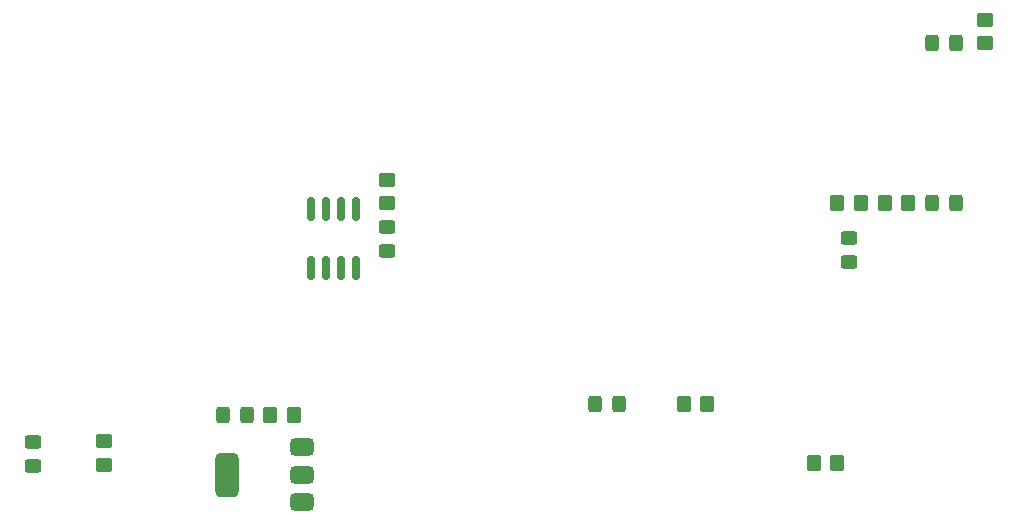
<source format=gbr>
%TF.GenerationSoftware,KiCad,Pcbnew,9.0.2*%
%TF.CreationDate,2025-06-26T14:56:16+08:00*%
%TF.ProjectId,deehli_board,64656568-6c69-45f6-926f-6172642e6b69,rev?*%
%TF.SameCoordinates,Original*%
%TF.FileFunction,Paste,Top*%
%TF.FilePolarity,Positive*%
%FSLAX46Y46*%
G04 Gerber Fmt 4.6, Leading zero omitted, Abs format (unit mm)*
G04 Created by KiCad (PCBNEW 9.0.2) date 2025-06-26 14:56:16*
%MOMM*%
%LPD*%
G01*
G04 APERTURE LIST*
G04 Aperture macros list*
%AMRoundRect*
0 Rectangle with rounded corners*
0 $1 Rounding radius*
0 $2 $3 $4 $5 $6 $7 $8 $9 X,Y pos of 4 corners*
0 Add a 4 corners polygon primitive as box body*
4,1,4,$2,$3,$4,$5,$6,$7,$8,$9,$2,$3,0*
0 Add four circle primitives for the rounded corners*
1,1,$1+$1,$2,$3*
1,1,$1+$1,$4,$5*
1,1,$1+$1,$6,$7*
1,1,$1+$1,$8,$9*
0 Add four rect primitives between the rounded corners*
20,1,$1+$1,$2,$3,$4,$5,0*
20,1,$1+$1,$4,$5,$6,$7,0*
20,1,$1+$1,$6,$7,$8,$9,0*
20,1,$1+$1,$8,$9,$2,$3,0*%
G04 Aperture macros list end*
%ADD10RoundRect,0.250000X0.325000X0.450000X-0.325000X0.450000X-0.325000X-0.450000X0.325000X-0.450000X0*%
%ADD11RoundRect,0.250000X-0.350000X-0.450000X0.350000X-0.450000X0.350000X0.450000X-0.350000X0.450000X0*%
%ADD12RoundRect,0.250000X-0.450000X0.350000X-0.450000X-0.350000X0.450000X-0.350000X0.450000X0.350000X0*%
%ADD13RoundRect,0.375000X0.625000X0.375000X-0.625000X0.375000X-0.625000X-0.375000X0.625000X-0.375000X0*%
%ADD14RoundRect,0.500000X0.500000X1.400000X-0.500000X1.400000X-0.500000X-1.400000X0.500000X-1.400000X0*%
%ADD15RoundRect,0.250000X0.450000X-0.325000X0.450000X0.325000X-0.450000X0.325000X-0.450000X-0.325000X0*%
%ADD16RoundRect,0.150000X0.150000X-0.825000X0.150000X0.825000X-0.150000X0.825000X-0.150000X-0.825000X0*%
%ADD17RoundRect,0.250000X0.350000X0.450000X-0.350000X0.450000X-0.350000X-0.450000X0.350000X-0.450000X0*%
%ADD18RoundRect,0.250000X-0.450000X0.325000X-0.450000X-0.325000X0.450000X-0.325000X0.450000X0.325000X0*%
%ADD19RoundRect,0.250000X-0.325000X-0.450000X0.325000X-0.450000X0.325000X0.450000X-0.325000X0.450000X0*%
%ADD20RoundRect,0.250000X0.450000X-0.350000X0.450000X0.350000X-0.450000X0.350000X-0.450000X-0.350000X0*%
G04 APERTURE END LIST*
D10*
%TO.C,D7*%
X79525000Y-71391022D03*
X77475000Y-71391022D03*
%TD*%
%TO.C,D3*%
X108025000Y-40891021D03*
X105975000Y-40891021D03*
%TD*%
D11*
%TO.C,R8*%
X96000000Y-76391022D03*
X98000000Y-76391022D03*
%TD*%
D12*
%TO.C,R5*%
X35912301Y-74577467D03*
X35912301Y-76577467D03*
%TD*%
D13*
%TO.C,U5*%
X52650000Y-79691022D03*
X52650000Y-77391022D03*
D14*
X46350000Y-77391022D03*
D13*
X52650000Y-75091022D03*
%TD*%
D15*
%TO.C,D5*%
X29853672Y-76679835D03*
X29853672Y-74629835D03*
%TD*%
D11*
%TO.C,R3*%
X102000000Y-54391022D03*
X104000000Y-54391022D03*
%TD*%
D16*
%TO.C,U1*%
X53460000Y-59891022D03*
X54730000Y-59891022D03*
X56000000Y-59891022D03*
X57270000Y-59891022D03*
X57270000Y-54941022D03*
X56000000Y-54941022D03*
X54730000Y-54941022D03*
X53460000Y-54941022D03*
%TD*%
D17*
%TO.C,R6*%
X52000000Y-72391022D03*
X50000000Y-72391022D03*
%TD*%
%TO.C,R7*%
X87000000Y-71391022D03*
X85000000Y-71391022D03*
%TD*%
D12*
%TO.C,R1*%
X59865000Y-52416022D03*
X59865000Y-54416022D03*
%TD*%
D18*
%TO.C,D1*%
X59865000Y-56416022D03*
X59865000Y-58466022D03*
%TD*%
D19*
%TO.C,D2*%
X105975000Y-54391022D03*
X108025000Y-54391022D03*
%TD*%
D10*
%TO.C,D6*%
X48025000Y-72391022D03*
X45975000Y-72391022D03*
%TD*%
D20*
%TO.C,R2*%
X110500000Y-40891022D03*
X110500000Y-38891022D03*
%TD*%
D18*
%TO.C,D4*%
X99000000Y-57341022D03*
X99000000Y-59391022D03*
%TD*%
D17*
%TO.C,R4*%
X100000000Y-54391022D03*
X98000000Y-54391022D03*
%TD*%
M02*

</source>
